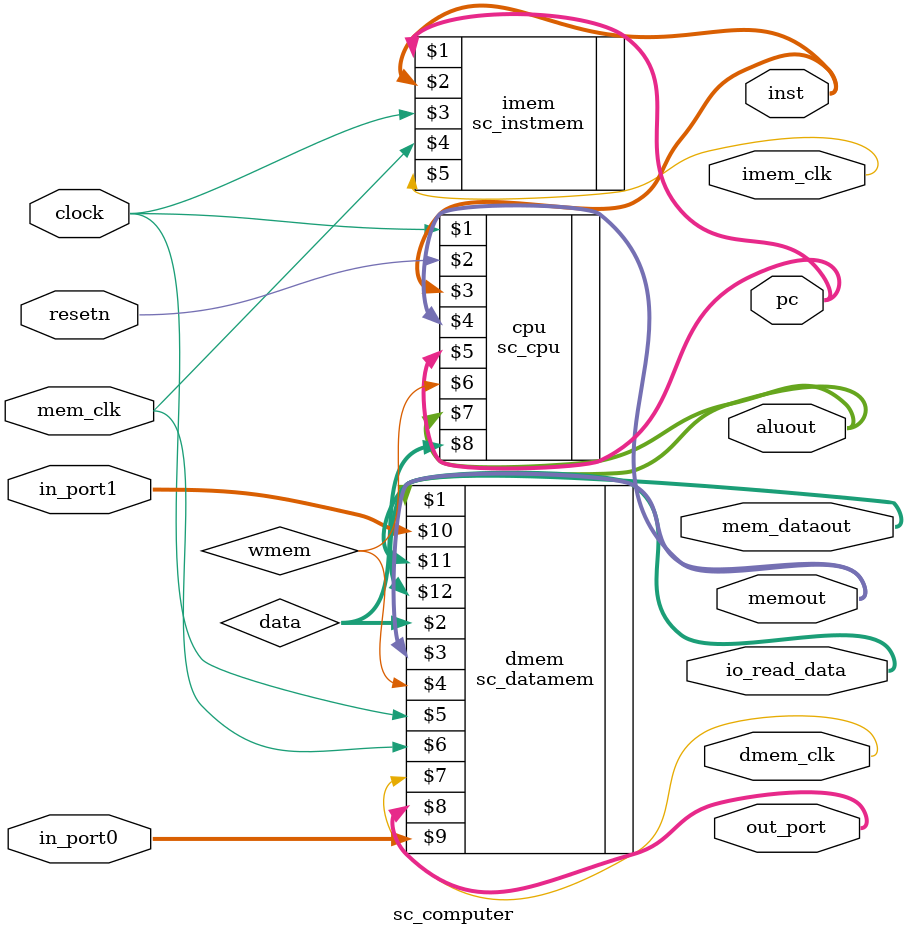
<source format=v>

module sc_computer (
	resetn,clock,mem_clk,pc,inst,aluout,memout,imem_clk,dmem_clk,
	out_port,in_port0,in_port1,mem_dataout,io_read_data
);
   
   input resetn,clock,mem_clk;
	input [31:0] in_port0, in_port1;
   output [31:0] pc,inst,aluout,memout;
   output        imem_clk,dmem_clk;
   output [31:0] out_port;
   output [31:0] mem_dataout;            // to check data_mem output
   output [31:0] io_read_data;
   wire   [31:0] data;
   wire          wmem; // all these "wire"s are used to connect or interface the cpu,dmem,imem and so on.
   
   sc_cpu cpu (clock,resetn,inst,memout,pc,wmem,aluout,data);          // CPU module.
   sc_instmem  imem (pc,inst,clock,mem_clk,imem_clk);                  // instruction memory.
   sc_datamem  dmem (aluout,data,memout,wmem,clock,mem_clk,dmem_clk,
		out_port,in_port0,in_port1,mem_dataout,io_read_data); // data memory.

endmodule

</source>
